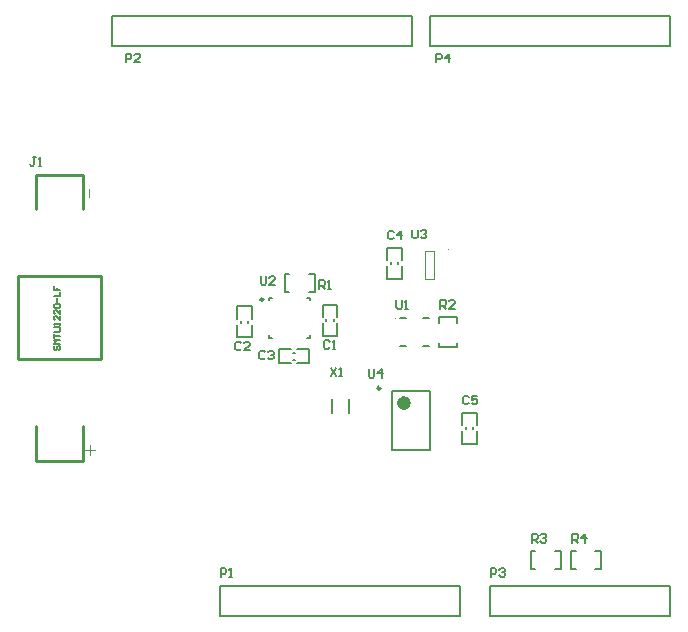
<source format=gto>
%FSLAX25Y25*%
%MOIN*%
G70*
G01*
G75*
G04 Layer_Color=65535*
%ADD10R,0.02953X0.01378*%
%ADD11R,0.13780X0.10236*%
%ADD12R,0.02756X0.03543*%
%ADD13R,0.02953X0.03150*%
%ADD14R,0.03150X0.02953*%
%ADD15R,0.03543X0.02756*%
%ADD16R,0.02559X0.05315*%
%ADD17R,0.02953X0.00984*%
%ADD18O,0.01969X0.00787*%
%ADD19O,0.00787X0.01969*%
%ADD20R,0.06693X0.06063*%
%ADD21O,0.05709X0.02362*%
%ADD22R,0.07087X0.03937*%
%ADD23C,0.00598*%
%ADD24C,0.02016*%
%ADD25C,0.01000*%
%ADD26C,0.05906*%
%ADD27R,0.05906X0.05906*%
%ADD28C,0.02362*%
%ADD29C,0.00394*%
%ADD30C,0.00984*%
%ADD31C,0.02362*%
%ADD32C,0.00600*%
%ADD33C,0.00787*%
D23*
X122500Y119000D02*
X124000D01*
X122500Y113000D02*
Y119000D01*
Y113000D02*
X124000D01*
X130500Y119000D02*
X132500D01*
Y113000D02*
Y119000D01*
X130500Y113000D02*
X132500D01*
X180000Y102500D02*
Y104500D01*
X174000D02*
X180000D01*
X174000Y102500D02*
Y104500D01*
X180000Y94500D02*
Y96000D01*
X174000Y94500D02*
X180000D01*
X174000D02*
Y96000D01*
X204500Y26500D02*
X206000D01*
X204500Y20500D02*
Y26500D01*
Y20500D02*
X206000D01*
X212500Y26500D02*
X214500D01*
Y20500D02*
Y26500D01*
X212500Y20500D02*
X214500D01*
X226000D02*
X228000D01*
Y26500D01*
X226000D02*
X228000D01*
X218000Y20500D02*
X219500D01*
X218000D02*
Y26500D01*
X219500D01*
X39400Y157850D02*
X38450D01*
X38925D01*
Y155475D01*
X38450Y155000D01*
X37975D01*
X37500Y155475D01*
X40350Y155000D02*
X41299D01*
X40824D01*
Y157850D01*
X40350Y157375D01*
X45959Y95044D02*
X45623Y94708D01*
Y94037D01*
X45959Y93701D01*
X46294D01*
X46630Y94037D01*
Y94708D01*
X46966Y95044D01*
X47302D01*
X47638Y94708D01*
Y94037D01*
X47302Y93701D01*
X47638Y95716D02*
X45623D01*
X46294Y96388D01*
X45623Y97059D01*
X47638D01*
X45623Y97731D02*
Y99074D01*
Y98403D01*
X47638D01*
X45623Y99746D02*
X47302D01*
X47638Y100082D01*
Y100754D01*
X47302Y101090D01*
X45623D01*
X47638Y101761D02*
Y102433D01*
Y102097D01*
X45623D01*
X45959Y101761D01*
X47638Y104784D02*
Y103440D01*
X46294Y104784D01*
X45959D01*
X45623Y104448D01*
Y103776D01*
X45959Y103440D01*
X47638Y106799D02*
Y105456D01*
X46294Y106799D01*
X45959D01*
X45623Y106463D01*
Y105791D01*
X45959Y105456D01*
Y107471D02*
X45623Y107807D01*
Y108478D01*
X45959Y108814D01*
X47302D01*
X47638Y108478D01*
Y107807D01*
X47302Y107471D01*
X45959D01*
X46630Y109486D02*
Y110829D01*
X45623Y111501D02*
X47638D01*
Y112844D01*
X45623Y114859D02*
Y113516D01*
X46630D01*
Y114188D01*
Y113516D01*
X47638D01*
X134000Y114000D02*
Y116850D01*
X135425D01*
X135900Y116375D01*
Y115425D01*
X135425Y114950D01*
X134000D01*
X134950D02*
X135900Y114000D01*
X136849D02*
X137799D01*
X137324D01*
Y116850D01*
X136849Y116375D01*
X115900Y92875D02*
X115425Y93349D01*
X114475D01*
X114000Y92875D01*
Y90975D01*
X114475Y90500D01*
X115425D01*
X115900Y90975D01*
X116850Y92875D02*
X117324Y93349D01*
X118274D01*
X118749Y92875D01*
Y92400D01*
X118274Y91925D01*
X117799D01*
X118274D01*
X118749Y91450D01*
Y90975D01*
X118274Y90500D01*
X117324D01*
X116850Y90975D01*
X158800Y132875D02*
X158325Y133350D01*
X157375D01*
X156900Y132875D01*
Y130975D01*
X157375Y130500D01*
X158325D01*
X158800Y130975D01*
X161174Y130500D02*
Y133350D01*
X159749Y131925D01*
X161649D01*
X183800Y77875D02*
X183325Y78350D01*
X182375D01*
X181900Y77875D01*
Y75975D01*
X182375Y75500D01*
X183325D01*
X183800Y75975D01*
X186649Y78350D02*
X184749D01*
Y76925D01*
X185699Y77400D01*
X186174D01*
X186649Y76925D01*
Y75975D01*
X186174Y75500D01*
X185224D01*
X184749Y75975D01*
X101100Y18000D02*
Y20850D01*
X102525D01*
X103000Y20375D01*
Y19425D01*
X102525Y18950D01*
X101100D01*
X103949Y18000D02*
X104899D01*
X104424D01*
Y20850D01*
X103949Y20375D01*
X191100Y18000D02*
Y20850D01*
X192525D01*
X193000Y20375D01*
Y19425D01*
X192525Y18950D01*
X191100D01*
X193949Y20375D02*
X194424Y20850D01*
X195374D01*
X195849Y20375D01*
Y19900D01*
X195374Y19425D01*
X194899D01*
X195374D01*
X195849Y18950D01*
Y18475D01*
X195374Y18000D01*
X194424D01*
X193949Y18475D01*
X174300Y107400D02*
Y110249D01*
X175725D01*
X176200Y109775D01*
Y108825D01*
X175725Y108350D01*
X174300D01*
X175250D02*
X176200Y107400D01*
X179049D02*
X177149D01*
X179049Y109300D01*
Y109775D01*
X178574Y110249D01*
X177624D01*
X177149Y109775D01*
X204800Y29400D02*
Y32250D01*
X206225D01*
X206700Y31775D01*
Y30825D01*
X206225Y30350D01*
X204800D01*
X205750D02*
X206700Y29400D01*
X207649Y31775D02*
X208124Y32250D01*
X209074D01*
X209549Y31775D01*
Y31300D01*
X209074Y30825D01*
X208599D01*
X209074D01*
X209549Y30350D01*
Y29875D01*
X209074Y29400D01*
X208124D01*
X207649Y29875D01*
X218300Y29400D02*
Y32250D01*
X219725D01*
X220200Y31775D01*
Y30825D01*
X219725Y30350D01*
X218300D01*
X219250D02*
X220200Y29400D01*
X222574D02*
Y32250D01*
X221149Y30825D01*
X223049D01*
X159600Y110150D02*
Y107775D01*
X160075Y107300D01*
X161025D01*
X161500Y107775D01*
Y110150D01*
X162450Y107300D02*
X163399D01*
X162924D01*
Y110150D01*
X162450Y109675D01*
X114400Y118149D02*
Y115775D01*
X114875Y115300D01*
X115825D01*
X116300Y115775D01*
Y118149D01*
X119149Y115300D02*
X117250D01*
X119149Y117200D01*
Y117675D01*
X118674Y118149D01*
X117724D01*
X117250Y117675D01*
X164900Y133650D02*
Y131275D01*
X165375Y130800D01*
X166325D01*
X166800Y131275D01*
Y133650D01*
X167750Y133175D02*
X168224Y133650D01*
X169174D01*
X169649Y133175D01*
Y132700D01*
X169174Y132225D01*
X168699D01*
X169174D01*
X169649Y131750D01*
Y131275D01*
X169174Y130800D01*
X168224D01*
X167750Y131275D01*
X150400Y87249D02*
Y84875D01*
X150875Y84400D01*
X151825D01*
X152300Y84875D01*
Y87249D01*
X154674Y84400D02*
Y87249D01*
X153250Y85825D01*
X155149D01*
X137700Y87749D02*
X139600Y84900D01*
Y87749D02*
X137700Y84900D01*
X140550D02*
X141499D01*
X141024D01*
Y87749D01*
X140550Y87275D01*
X137400Y96375D02*
X136925Y96850D01*
X135975D01*
X135500Y96375D01*
Y94475D01*
X135975Y94000D01*
X136925D01*
X137400Y94475D01*
X138349Y94000D02*
X139299D01*
X138824D01*
Y96850D01*
X138349Y96375D01*
X69421Y189500D02*
Y192350D01*
X70846D01*
X71321Y191875D01*
Y190925D01*
X70846Y190450D01*
X69421D01*
X74170Y189500D02*
X72271D01*
X74170Y191400D01*
Y191875D01*
X73695Y192350D01*
X72746D01*
X72271Y191875D01*
X172906Y189500D02*
Y192350D01*
X174330D01*
X174805Y191875D01*
Y190925D01*
X174330Y190450D01*
X172906D01*
X177180Y189500D02*
Y192350D01*
X175755Y190925D01*
X177655D01*
X107900Y95875D02*
X107425Y96350D01*
X106475D01*
X106000Y95875D01*
Y93975D01*
X106475Y93500D01*
X107425D01*
X107900Y93975D01*
X110749Y93500D02*
X108850D01*
X110749Y95400D01*
Y95875D01*
X110274Y96350D01*
X109324D01*
X108850Y95875D01*
D25*
X33465Y90551D02*
X61024D01*
Y118110D01*
X33465D02*
X61024D01*
X33465Y90551D02*
Y118110D01*
X39370Y140551D02*
Y151575D01*
Y151969D02*
X55118D01*
Y140551D02*
Y151969D01*
X39370Y56693D02*
Y68110D01*
Y56693D02*
X55118D01*
Y68110D01*
D29*
X176925Y127000D02*
G03*
X176925Y127000I-197J0D01*
G01*
X159626Y104224D02*
G03*
X159626Y104224I-197J0D01*
G01*
X169153Y126724D02*
X172303D01*
Y117276D02*
Y126724D01*
X169153Y117276D02*
X172303D01*
X169153D02*
Y126724D01*
X57087Y144488D02*
Y147244D01*
X57480Y58661D02*
Y61811D01*
X55905Y60236D02*
X59055D01*
X39370Y151575D02*
Y151969D01*
D30*
X115256Y110433D02*
G03*
X115256Y110433I-492J0D01*
G01*
X154264Y80847D02*
G03*
X154264Y80847I-492J0D01*
G01*
D31*
X163319Y75906D02*
G03*
X163319Y75906I-1181J0D01*
G01*
D32*
X120382Y89138D02*
Y93862D01*
X130618Y89138D02*
X130618Y93862D01*
X126484Y89138D02*
X130618D01*
X120382D02*
X124516D01*
X126484Y93862D02*
X130618D01*
X120382D02*
X124516D01*
X161362Y123484D02*
Y127618D01*
Y117382D02*
Y121516D01*
X156638Y123484D02*
Y127618D01*
Y117382D02*
Y121516D01*
Y117382D02*
X161362Y117382D01*
X156638Y127618D02*
X161362D01*
X181638Y72618D02*
X186362D01*
X181638Y62382D02*
X186362Y62382D01*
X181638Y62382D02*
Y66516D01*
Y68484D02*
Y72618D01*
X186362Y62382D02*
Y66516D01*
Y68484D02*
Y72618D01*
X135138Y98382D02*
X139862D01*
X135138Y108618D02*
X139862Y108618D01*
Y104484D02*
Y108618D01*
Y98382D02*
Y102516D01*
X135138Y104484D02*
Y108618D01*
Y98382D02*
Y102516D01*
X111362Y103984D02*
Y108118D01*
Y97882D02*
Y102016D01*
X106638Y103984D02*
Y108118D01*
Y97882D02*
Y102016D01*
Y97882D02*
X111362Y97882D01*
X106638Y108118D02*
X111362D01*
D33*
X125106Y92681D02*
X125894D01*
X125106Y90319D02*
X125894D01*
X157819Y122106D02*
Y122894D01*
X160181Y122106D02*
Y122894D01*
X185181Y67106D02*
Y67894D01*
X182819Y67106D02*
Y67894D01*
X100906Y15000D02*
X180906D01*
X100906Y5000D02*
Y15000D01*
Y5000D02*
X180906D01*
Y15000D01*
X190906Y5000D02*
X250906D01*
X190906Y15000D02*
X250906D01*
X190906Y5000D02*
Y15000D01*
X250906Y5000D02*
Y15000D01*
X168465Y94776D02*
X170453D01*
X161004D02*
X162992D01*
X168465Y104224D02*
X170453D01*
X161004D02*
X162992D01*
X170453Y94776D02*
Y94874D01*
Y104126D02*
Y104224D01*
X161004Y94776D02*
Y94874D01*
Y104126D02*
Y104224D01*
X117323Y110236D02*
Y111024D01*
X118110D01*
X129921D02*
X130709D01*
Y110236D02*
Y111024D01*
Y97638D02*
Y98425D01*
X129921Y97638D02*
X130709D01*
X117323D02*
Y98425D01*
Y97638D02*
X118110D01*
X158201Y60157D02*
Y79843D01*
X170799Y60157D02*
Y79843D01*
X158201D02*
X170799D01*
X158201Y60157D02*
X170799D01*
X143953Y72638D02*
Y77362D01*
X138047Y72638D02*
Y77362D01*
X136319Y103106D02*
Y103894D01*
X138681Y103106D02*
Y103894D01*
X164921Y195000D02*
Y205000D01*
X64921Y195000D02*
X164921D01*
X64921D02*
Y205000D01*
X72421D01*
X164921D01*
X170906D02*
X250906D01*
X170906Y195000D02*
Y205000D01*
Y195000D02*
X250906D01*
Y205000D01*
X107819Y102606D02*
Y103394D01*
X110181Y102606D02*
Y103394D01*
M02*

</source>
